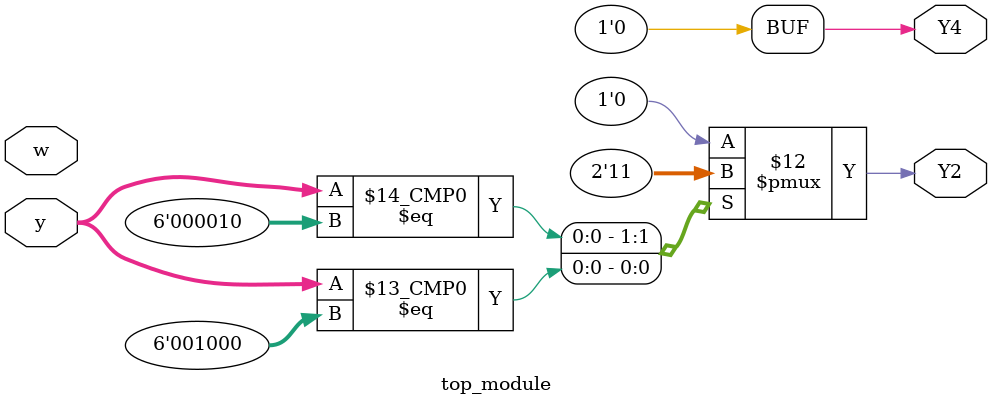
<source format=sv>
module top_module (
	input [6:1] y,
	input w,
	output Y2,
	output Y4
);

reg Y2, Y4;

always @(y or w) begin
	case(y)
		6'b000001: begin
			Y2 = 1'b0;
			Y4 = 1'b0;
		end
		6'b000010: begin
			Y2 = 1'b1;
			Y4 = 1'b0;
		end
		6'b000100: begin
			Y2 = 1'b0;
			Y4 = 1'b0;
		end
		6'b001000: begin
			Y2 = 1'b1;
			Y4 = 1'b0;
		end
		6'b010000: begin
			Y2 = 1'b0;
			Y4 = 1'b0;
		end
		6'b100000: begin
			Y2 = 1'b0;
			Y4 = 1'b0;
		end
		default: begin
			Y2 = 1'b0;
			Y4 = 1'b0;
		end
	endcase
end

endmodule

</source>
